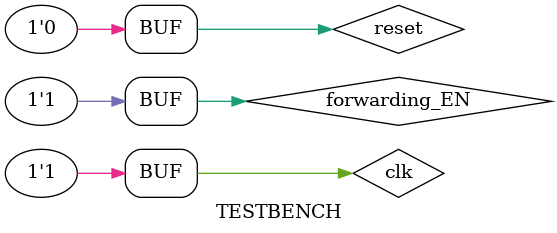
<source format=v>
`timescale 1ns/1ns

module TESTBENCH ();
  reg clk,reset, forwarding_EN;
  PROCESSOR top_module (clk, reset, forwarding_EN);

  initial begin
    clk=1;
    repeat(5000) #50 clk=~clk ;
  end

  initial begin
    reset = 1;
    forwarding_EN = 1;
    #100
    reset = 0;
  end
endmodule // test

</source>
